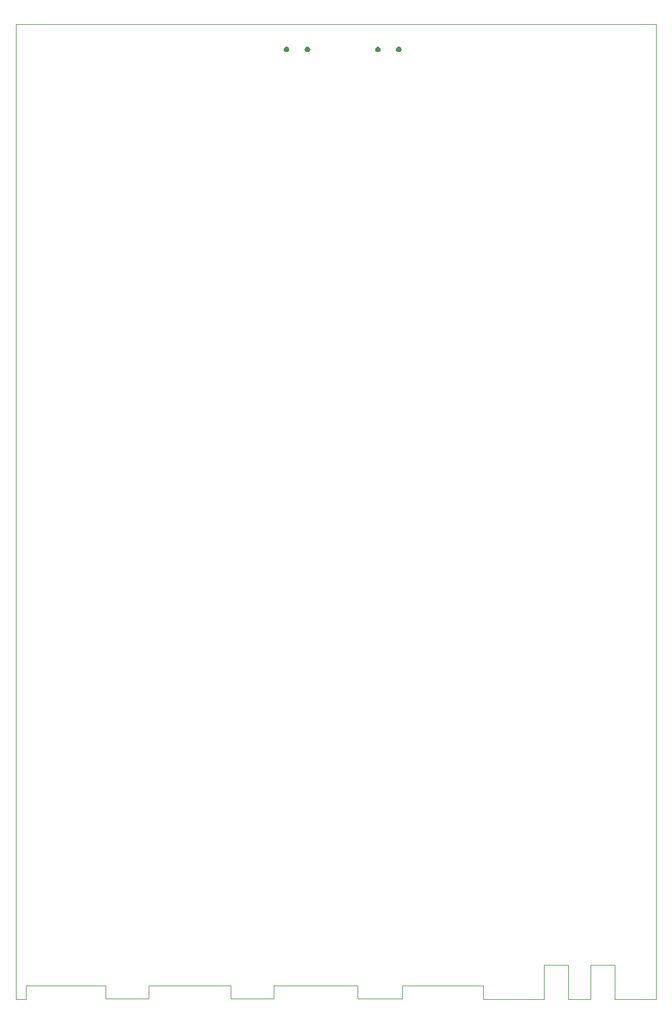
<source format=gbr>
%TF.GenerationSoftware,KiCad,Pcbnew,9.0.6-9.0.6~ubuntu22.04.1*%
%TF.CreationDate,2025-11-19T14:02:57+01:00*%
%TF.ProjectId,TRX055.01.01.PB.00.00,54525830-3535-42e3-9031-2e30312e5042,rev?*%
%TF.SameCoordinates,Original*%
%TF.FileFunction,Profile,NP*%
%FSLAX46Y46*%
G04 Gerber Fmt 4.6, Leading zero omitted, Abs format (unit mm)*
G04 Created by KiCad (PCBNEW 9.0.6-9.0.6~ubuntu22.04.1) date 2025-11-19 14:02:57*
%MOMM*%
%LPD*%
G01*
G04 APERTURE LIST*
%TA.AperFunction,Profile*%
%ADD10C,0.050000*%
%TD*%
%TA.AperFunction,Profile*%
%ADD11C,0.000000*%
%TD*%
%TA.AperFunction,Profile*%
%ADD12C,0.100000*%
%TD*%
G04 APERTURE END LIST*
D10*
X127000000Y-168000000D02*
X115400000Y-168000000D01*
X115400000Y-169900000D02*
X109000000Y-169900000D01*
X61400000Y-168000000D02*
X61400000Y-170000000D01*
X109000000Y-168000000D02*
X97000000Y-168000000D01*
X60000000Y-170000000D02*
X60000000Y-30200000D01*
X151800000Y-170000000D02*
X151800000Y-30200000D01*
X72800000Y-168000000D02*
X61400000Y-168000000D01*
X151300000Y-170000000D02*
X151800000Y-170000000D01*
X145925000Y-169550000D02*
X145925000Y-169950000D01*
X139250000Y-169550000D02*
X139250000Y-169950000D01*
X142425000Y-169950000D02*
X139250000Y-169950000D01*
X97000000Y-168000000D02*
X97000000Y-169900000D01*
X90800000Y-169900000D02*
X90800000Y-168000000D01*
X61400000Y-170000000D02*
X60000000Y-170000000D01*
X142425000Y-169550000D02*
X142425000Y-169950000D01*
X79000000Y-168000000D02*
X79000000Y-169900000D01*
X135750000Y-169550000D02*
X135750000Y-169950000D01*
X79000000Y-169900000D02*
X72800000Y-169900000D01*
X127000000Y-170000000D02*
X135600000Y-170000000D01*
X109000000Y-169900000D02*
X109000000Y-168000000D01*
X135600000Y-170000000D02*
X135750000Y-169950000D01*
X127000000Y-170000000D02*
X127000000Y-168000000D01*
X90800000Y-168000000D02*
X79000000Y-168000000D01*
X72800000Y-169900000D02*
X72800000Y-168000000D01*
X115400000Y-168000000D02*
X115400000Y-169900000D01*
X97000000Y-169900000D02*
X90800000Y-169900000D01*
X151300000Y-30200000D02*
X151800000Y-30200000D01*
X151300000Y-170000000D02*
X146000000Y-170000000D01*
X60000000Y-30200000D02*
X151300000Y-30200000D01*
X146000000Y-170000000D02*
X145925000Y-169950000D01*
D11*
%TA.AperFunction,Profile*%
%TO.C,J21*%
G36*
X112053073Y-33430448D02*
G01*
X112143505Y-33482659D01*
X112217341Y-33556495D01*
X112269552Y-33646927D01*
X112296578Y-33747790D01*
X112296578Y-33852210D01*
X112269552Y-33953073D01*
X112217341Y-34043505D01*
X112143505Y-34117341D01*
X112053073Y-34169552D01*
X111952210Y-34196578D01*
X111847790Y-34196578D01*
X111746927Y-34169552D01*
X111656495Y-34117341D01*
X111582659Y-34043505D01*
X111530448Y-33953073D01*
X111503422Y-33852210D01*
X111503422Y-33747790D01*
X111530448Y-33646927D01*
X111582659Y-33556495D01*
X111656495Y-33482659D01*
X111746927Y-33430448D01*
X111847790Y-33403422D01*
X111952210Y-33403422D01*
X112053073Y-33430448D01*
G37*
%TD.AperFunction*%
%TA.AperFunction,Profile*%
G36*
X115053073Y-33430448D02*
G01*
X115143505Y-33482659D01*
X115217341Y-33556495D01*
X115269552Y-33646927D01*
X115296578Y-33747790D01*
X115296578Y-33852210D01*
X115269552Y-33953073D01*
X115217341Y-34043505D01*
X115143505Y-34117341D01*
X115053073Y-34169552D01*
X114952210Y-34196578D01*
X114847790Y-34196578D01*
X114746927Y-34169552D01*
X114656495Y-34117341D01*
X114582659Y-34043505D01*
X114530448Y-33953073D01*
X114503422Y-33852210D01*
X114503422Y-33747790D01*
X114530448Y-33646927D01*
X114582659Y-33556495D01*
X114656495Y-33482659D01*
X114746927Y-33430448D01*
X114847790Y-33403422D01*
X114952210Y-33403422D01*
X115053073Y-33430448D01*
G37*
%TD.AperFunction*%
D12*
%TO.C,J20*%
X142425000Y-165050000D02*
X142425000Y-169550000D01*
X145925000Y-165050000D02*
X142425000Y-165050000D01*
X145925000Y-169550000D02*
X145925000Y-165050000D01*
%TO.C,J19*%
X135750000Y-165050000D02*
X135750000Y-169550000D01*
X139250000Y-165050000D02*
X135750000Y-165050000D01*
X139250000Y-169550000D02*
X139250000Y-165050000D01*
D11*
%TA.AperFunction,Profile*%
%TO.C,J22*%
G36*
X98953073Y-33430448D02*
G01*
X99043505Y-33482659D01*
X99117341Y-33556495D01*
X99169552Y-33646927D01*
X99196578Y-33747790D01*
X99196578Y-33852210D01*
X99169552Y-33953073D01*
X99117341Y-34043505D01*
X99043505Y-34117341D01*
X98953073Y-34169552D01*
X98852210Y-34196578D01*
X98747790Y-34196578D01*
X98646927Y-34169552D01*
X98556495Y-34117341D01*
X98482659Y-34043505D01*
X98430448Y-33953073D01*
X98403422Y-33852210D01*
X98403422Y-33747790D01*
X98430448Y-33646927D01*
X98482659Y-33556495D01*
X98556495Y-33482659D01*
X98646927Y-33430448D01*
X98747790Y-33403422D01*
X98852210Y-33403422D01*
X98953073Y-33430448D01*
G37*
%TD.AperFunction*%
%TA.AperFunction,Profile*%
G36*
X101953073Y-33430448D02*
G01*
X102043505Y-33482659D01*
X102117341Y-33556495D01*
X102169552Y-33646927D01*
X102196578Y-33747790D01*
X102196578Y-33852210D01*
X102169552Y-33953073D01*
X102117341Y-34043505D01*
X102043505Y-34117341D01*
X101953073Y-34169552D01*
X101852210Y-34196578D01*
X101747790Y-34196578D01*
X101646927Y-34169552D01*
X101556495Y-34117341D01*
X101482659Y-34043505D01*
X101430448Y-33953073D01*
X101403422Y-33852210D01*
X101403422Y-33747790D01*
X101430448Y-33646927D01*
X101482659Y-33556495D01*
X101556495Y-33482659D01*
X101646927Y-33430448D01*
X101747790Y-33403422D01*
X101852210Y-33403422D01*
X101953073Y-33430448D01*
G37*
%TD.AperFunction*%
%TD*%
M02*

</source>
